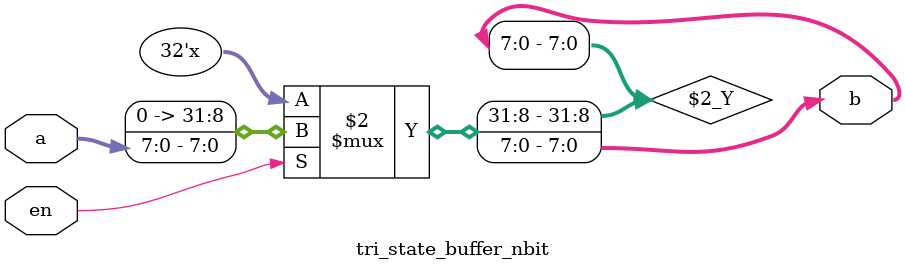
<source format=sv>
`timescale 1ns / 1ps


module tri_state_buffer_nbit
    #(parameter N = 8)(
    input logic en,
    input logic [N-1:0] a,
    output logic [N-1:0] b
    );

    assign b = (en) ? a : 'bz;
    
endmodule

</source>
